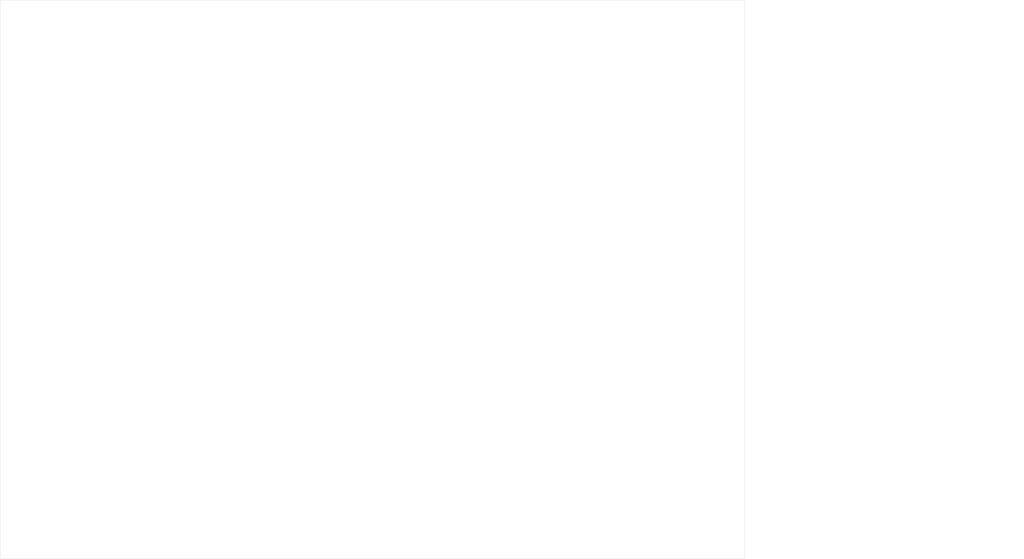
<source format=kicad_pcb>
(kicad_pcb (version 20171130) (host pcbnew 5.1.5)

  (general
    (thickness 1.6)
    (drawings 12)
    (tracks 0)
    (zones 0)
    (modules 0)
    (nets 1)
  )

  (page A4)
  (layers
    (0 F.Cu signal)
    (31 B.Cu signal)
    (32 B.Adhes user hide)
    (33 F.Adhes user hide)
    (34 B.Paste user hide)
    (35 F.Paste user hide)
    (36 B.SilkS user)
    (37 F.SilkS user)
    (38 B.Mask user hide)
    (39 F.Mask user hide)
    (40 Dwgs.User user)
    (41 Cmts.User user hide)
    (42 Eco1.User user)
    (43 Eco2.User user)
    (44 Edge.Cuts user)
    (45 Margin user)
    (46 B.CrtYd user)
    (47 F.CrtYd user)
    (48 B.Fab user hide)
    (49 F.Fab user hide)
  )

  (setup
    (last_trace_width 0.25)
    (trace_clearance 0.2)
    (zone_clearance 0.508)
    (zone_45_only no)
    (trace_min 0.2)
    (via_size 0.8)
    (via_drill 0.4)
    (via_min_size 0.4)
    (via_min_drill 0.3)
    (uvia_size 0.3)
    (uvia_drill 0.1)
    (uvias_allowed no)
    (uvia_min_size 0.2)
    (uvia_min_drill 0.1)
    (edge_width 0.05)
    (segment_width 0.2)
    (pcb_text_width 0.3)
    (pcb_text_size 1.5 1.5)
    (mod_edge_width 0.12)
    (mod_text_size 1 1)
    (mod_text_width 0.15)
    (pad_size 1.524 1.524)
    (pad_drill 0.762)
    (pad_to_mask_clearance 0.051)
    (solder_mask_min_width 0.25)
    (aux_axis_origin 0 0)
    (visible_elements FFFFF77F)
    (pcbplotparams
      (layerselection 0x010fc_ffffffff)
      (usegerberextensions false)
      (usegerberattributes false)
      (usegerberadvancedattributes false)
      (creategerberjobfile false)
      (excludeedgelayer true)
      (linewidth 0.100000)
      (plotframeref false)
      (viasonmask false)
      (mode 1)
      (useauxorigin false)
      (hpglpennumber 1)
      (hpglpenspeed 20)
      (hpglpendiameter 15.000000)
      (psnegative false)
      (psa4output false)
      (plotreference true)
      (plotvalue true)
      (plotinvisibletext false)
      (padsonsilk false)
      (subtractmaskfromsilk false)
      (outputformat 1)
      (mirror false)
      (drillshape 1)
      (scaleselection 1)
      (outputdirectory ""))
  )

  (net 0 "")

  (net_class Default "This is the default net class."
    (clearance 0.2)
    (trace_width 0.25)
    (via_dia 0.8)
    (via_drill 0.4)
    (uvia_dia 0.3)
    (uvia_drill 0.1)
    (add_net /Baseband/METER)
    (add_net /Control/A0)
    (add_net /Control/A1)
    (add_net /Control/CW_TONE)
    (add_net /Control/D0)
    (add_net /Control/D1)
    (add_net /Control/SEQ1n)
    (add_net "Net-(C332-Pad1)")
    (add_net "Net-(C355-Pad1)")
    (add_net "Net-(C356-Pad2)")
    (add_net "Net-(C358-Pad2)")
    (add_net "Net-(Q307-Pad2)")
    (add_net "Net-(R207-Pad1)")
    (add_net "Net-(R321-Pad1)")
    (add_net "Net-(U301-Pad7)")
    (add_net "Net-(U302-Pad7)")
  )

  (gr_line (start 190 150) (end 190 30) (layer Edge.Cuts) (width 0.05))
  (gr_line (start 190 33) (end 190 147) (layer Margin) (width 0.15))
  (gr_line (start 30 150) (end 30 30) (layer Dwgs.User) (width 0.15) (tstamp 5E52391D))
  (gr_line (start 250 150) (end 30 150) (layer Dwgs.User) (width 0.15))
  (gr_line (start 250 30) (end 250 150) (layer Dwgs.User) (width 0.15))
  (gr_line (start 30 30) (end 250 30) (layer Dwgs.User) (width 0.15))
  (gr_line (start 30 147) (end 30 33) (layer Margin) (width 0.15) (tstamp 5E518946))
  (gr_line (start 190 147) (end 30 147) (layer Margin) (width 0.15))
  (gr_line (start 30 33) (end 190 33) (layer Margin) (width 0.15))
  (gr_line (start 190 30) (end 30 30) (layer Edge.Cuts) (width 0.05) (tstamp 5E518918))
  (gr_line (start 30 150) (end 190 150) (layer Edge.Cuts) (width 0.05))
  (gr_line (start 30 30) (end 30 150) (layer Edge.Cuts) (width 0.05))

)

</source>
